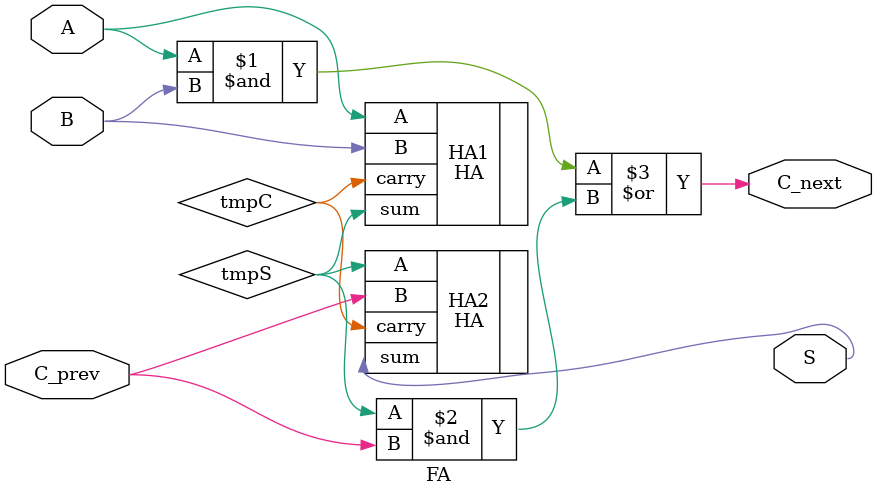
<source format=v>
module FA(A,B,C_prev,S,C_next);
input A,B,C_prev;
output S,C_next;
wire A,B,C_prev,s,c_next,tmpC,tmpS;
HA HA1(.A(A),.B(B),.sum(tmpS),.carry(tmpC));
HA HA2(.A(tmpS),.B(C_prev),.sum(S),.carry(tmpC));
assign C_next=(A&B)|(tmpS&C_prev);
endmodule
</source>
